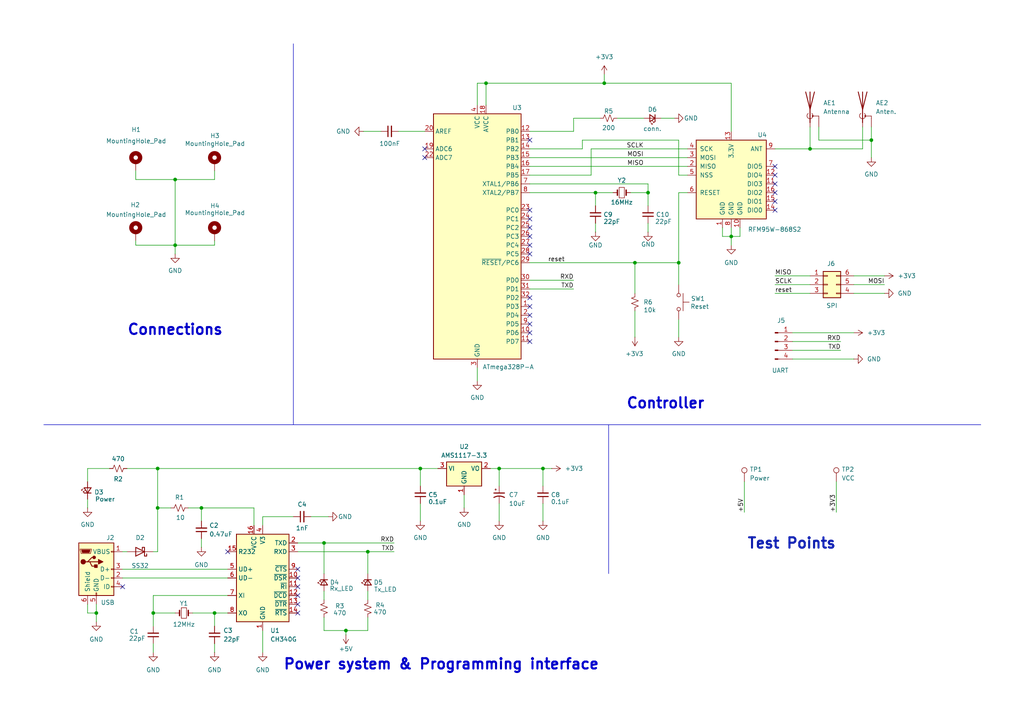
<source format=kicad_sch>
(kicad_sch (version 20231120) (generator "eeschema") (generator_version "8.0")
  (paper "A4")
  (lib_symbols
    (symbol "Connector:Conn_01x04_Pin" (pin_names (offset 1.016) hide)
      (property "Reference" "J" (at 0 5.08 0))
      (property "Value" "Conn_01x04_Pin" (at 0 -7.62 0))
      (symbol "Conn_01x04_Pin_1_1"
        (polyline (pts (xy 1.27 -5.08) (xy 0.8636 -5.08)) (stroke (width 0.1524)))
        (polyline (pts (xy 1.27 -2.54) (xy 0.8636 -2.54)) (stroke (width 0.1524)))
        (polyline (pts (xy 1.27 0) (xy 0.8636 0)) (stroke (width 0.1524)))
        (polyline (pts (xy 1.27 2.54) (xy 0.8636 2.54)) (stroke (width 0.1524)))
        (rectangle (start 0.8636 -4.953) (end 0 -5.207) (stroke (width 0.1524)) (fill (type outline)))
        (rectangle (start 0.8636 -2.413) (end 0 -2.667) (stroke (width 0.1524)) (fill (type outline)))
        (rectangle (start 0.8636 0.127) (end 0 -0.127) (stroke (width 0.1524)) (fill (type outline)))
        (rectangle (start 0.8636 2.667) (end 0 2.413) (stroke (width 0.1524)) (fill (type outline)))
        (pin passive line (at 5.08 2.54 180) (length 3.81) (name "Pin_1") (number "1"))
        (pin passive line (at 5.08 0 180) (length 3.81) (name "Pin_2") (number "2"))
        (pin passive line (at 5.08 -2.54 180) (length 3.81) (name "Pin_3") (number "3"))
        (pin passive line (at 5.08 -5.08 180) (length 3.81) (name "Pin_4") (number "4"))
      )
    )
    (symbol "Connector:TestPoint" (pin_numbers hide) (pin_names (offset 0.762) hide)
      (property "Reference" "TP" (at 0 6.858 0))
      (property "Value" "TestPoint" (at 0 5.08 0))
      (symbol "TestPoint_0_1"
        (circle (center 0 3.302) (radius 0.762))
      )
      (symbol "TestPoint_1_1"
        (pin passive line (at 0 0 90) (length 2.54) (name "1") (number "1"))
      )
    )
    (symbol "Connector:USB_B_Micro" (pin_names (offset 1.016))
      (property "Reference" "J" (at -5.08 11.43 0))
      (property "Value" "USB_B_Micro" (at -5.08 8.89 0))
      (symbol "USB_B_Micro_0_1"
        (rectangle (start -5.08 -7.62) (end 5.08 7.62) (stroke (width 0.254)) (fill (type background)))
        (circle (center -3.81 2.159) (radius 0.635) (stroke (width 0.254)) (fill (type outline)))
        (circle (center -0.635 3.429) (radius 0.381) (stroke (width 0.254)) (fill (type outline)))
        (rectangle (start -0.127 -7.62) (end 0.127 -6.858))
        (polyline (pts (xy -1.905 2.159) (xy 0.635 2.159)) (stroke (width 0.254)))
        (polyline (pts (xy -3.175 2.159) (xy -2.54 2.159) (xy -1.27 3.429) (xy -0.635 3.429)) (stroke (width 0.254)))
        (polyline (pts (xy -2.54 2.159) (xy -1.905 2.159) (xy -1.27 0.889) (xy 0 0.889)) (stroke (width 0.254)))
        (polyline (pts (xy 0.635 2.794) (xy 0.635 1.524) (xy 1.905 2.159) (xy 0.635 2.794)) (stroke (width 0.254)) (fill (type outline)))
        (polyline (pts (xy -4.318 5.588) (xy -1.778 5.588) (xy -2.032 4.826) (xy -4.064 4.826) (xy -4.318 5.588)) (fill (type outline)))
        (polyline (pts (xy -4.699 5.842) (xy -4.699 5.588) (xy -4.445 4.826) (xy -4.445 4.572) (xy -1.651 4.572) (xy -1.651 4.826) (xy -1.397 5.588) (xy -1.397 5.842) (xy -4.699 5.842)))
        (rectangle (start 0.254 1.27) (end -0.508 0.508) (stroke (width 0.254)) (fill (type outline)))
        (rectangle (start 5.08 -5.207) (end 4.318 -4.953))
        (rectangle (start 5.08 -2.667) (end 4.318 -2.413))
        (rectangle (start 5.08 -0.127) (end 4.318 0.127))
        (rectangle (start 5.08 4.953) (end 4.318 5.207))
      )
      (symbol "USB_B_Micro_1_1"
        (pin power_out line (at 7.62 5.08 180) (length 2.54) (name "VBUS") (number "1"))
        (pin bidirectional line (at 7.62 -2.54 180) (length 2.54) (name "D-") (number "2"))
        (pin bidirectional line (at 7.62 0 180) (length 2.54) (name "D+") (number "3"))
        (pin passive line (at 7.62 -5.08 180) (length 2.54) (name "ID") (number "4"))
        (pin power_out line (at 0 -10.16 90) (length 2.54) (name "GND") (number "5"))
        (pin passive line (at -2.54 -10.16 90) (length 2.54) (name "Shield") (number "6"))
      )
    )
    (symbol "Connector_Generic:Conn_02x03_Counter_Clockwise" (pin_names (offset 1.016) hide)
      (property "Reference" "J" (at 1.27 5.08 0))
      (property "Value" "Conn_02x03_Counter_Clockwise" (at 1.27 -5.08 0))
      (symbol "Conn_02x03_Counter_Clockwise_1_1"
        (rectangle (start -1.27 -2.413) (end 0 -2.667) (stroke (width 0.1524)))
        (rectangle (start -1.27 0.127) (end 0 -0.127) (stroke (width 0.1524)))
        (rectangle (start -1.27 2.667) (end 0 2.413) (stroke (width 0.1524)))
        (rectangle (start -1.27 3.81) (end 3.81 -3.81) (stroke (width 0.254)) (fill (type background)))
        (rectangle (start 3.81 -2.413) (end 2.54 -2.667) (stroke (width 0.1524)))
        (rectangle (start 3.81 0.127) (end 2.54 -0.127) (stroke (width 0.1524)))
        (rectangle (start 3.81 2.667) (end 2.54 2.413) (stroke (width 0.1524)))
        (pin passive line (at -5.08 2.54 0) (length 3.81) (name "Pin_1") (number "1"))
        (pin passive line (at -5.08 0 0) (length 3.81) (name "Pin_2") (number "2"))
        (pin passive line (at -5.08 -2.54 0) (length 3.81) (name "Pin_3") (number "3"))
        (pin passive line (at 7.62 -2.54 180) (length 3.81) (name "Pin_4") (number "4"))
        (pin passive line (at 7.62 0 180) (length 3.81) (name "Pin_5") (number "5"))
        (pin passive line (at 7.62 2.54 180) (length 3.81) (name "Pin_6") (number "6"))
      )
    )
    (symbol "Device:Antenna_Shield" (pin_numbers hide) (pin_names (offset 1.016) hide)
      (property "Reference" "AE" (at -1.905 4.445 0))
      (property "Value" "Antenna_Shield" (at -1.905 2.54 0))
      (symbol "Antenna_Shield_0_1"
        (arc (start -0.508 -1.143) (mid -0.8429 -2.1194) (end 0 -2.667))
        (arc (start 0 -2.667) (mid 0.7989 -2.1052) (end 0.508 -1.143))
        (polyline (pts (xy 0 -2.54) (xy 0 0)))
        (polyline (pts (xy 0 5.08) (xy 0 -3.81)) (stroke (width 0.254)))
        (polyline (pts (xy 0.762 -1.905) (xy 2.54 -1.905)))
        (polyline (pts (xy 2.54 -2.54) (xy 2.54 -1.905)))
        (polyline (pts (xy 1.27 5.08) (xy 0 0) (xy -1.27 5.08)) (stroke (width 0.254)))
        (circle (center 0.762 -1.905) (radius 0.1778) (fill (type outline)))
      )
      (symbol "Antenna_Shield_1_1"
        (pin input line (at 0 -5.08 90) (length 2.54) (name "A") (number "1"))
        (pin input line (at 2.54 -5.08 90) (length 2.54) (name "Shield") (number "2"))
      )
    )
    (symbol "Device:C_Polarized_Small_US" (pin_numbers hide) (pin_names (offset 0.254) hide)
      (property "Reference" "C" (at 0.254 1.778 0))
      (property "Value" "C_Polarized_Small_US" (at 0.254 -2.032 0))
      (symbol "C_Polarized_Small_US_0_1"
        (polyline (pts (xy -1.524 0.508) (xy 1.524 0.508)) (stroke (width 0.3048)))
        (polyline (pts (xy -1.27 1.524) (xy -0.762 1.524)))
        (polyline (pts (xy -1.016 1.27) (xy -1.016 1.778)))
        (arc (start 1.524 -0.762) (mid 0 -0.3734) (end -1.524 -0.762) (stroke (width 0.3048)))
      )
      (symbol "C_Polarized_Small_US_1_1"
        (pin passive line (at 0 2.54 270) (length 2.032) (name "~") (number "1"))
        (pin passive line (at 0 -2.54 90) (length 2.032) (name "~") (number "2"))
      )
    )
    (symbol "Device:C_Small" (pin_numbers hide) (pin_names (offset 0.254) hide)
      (property "Reference" "C" (at 0.254 1.778 0))
      (property "Value" "C_Small" (at 0.254 -2.032 0))
      (symbol "C_Small_0_1"
        (polyline (pts (xy -1.524 -0.508) (xy 1.524 -0.508)) (stroke (width 0.3302)))
        (polyline (pts (xy -1.524 0.508) (xy 1.524 0.508)) (stroke (width 0.3048)))
      )
      (symbol "C_Small_1_1"
        (pin passive line (at 0 2.54 270) (length 2.032) (name "~") (number "1"))
        (pin passive line (at 0 -2.54 90) (length 2.032) (name "~") (number "2"))
      )
    )
    (symbol "Device:Crystal_Small" (pin_numbers hide) (pin_names (offset 1.016) hide)
      (property "Reference" "Y" (at 0 2.54 0))
      (property "Value" "Crystal_Small" (at 0 -2.54 0))
      (symbol "Crystal_Small_0_1"
        (rectangle (start -0.762 -1.524) (end 0.762 1.524))
        (polyline (pts (xy -1.27 -0.762) (xy -1.27 0.762)) (stroke (width 0.381)))
        (polyline (pts (xy 1.27 -0.762) (xy 1.27 0.762)) (stroke (width 0.381)))
      )
      (symbol "Crystal_Small_1_1"
        (pin passive line (at -2.54 0 0) (length 1.27) (name "1") (number "1"))
        (pin passive line (at 2.54 0 180) (length 1.27) (name "2") (number "2"))
      )
    )
    (symbol "Device:LED_Small" (pin_numbers hide) (pin_names (offset 0.254) hide)
      (property "Reference" "D" (at -1.27 3.175 0))
      (property "Value" "LED_Small" (at -4.445 -2.54 0))
      (symbol "LED_Small_0_1"
        (polyline (pts (xy -0.762 -1.016) (xy -0.762 1.016)) (stroke (width 0.254)))
        (polyline (pts (xy 1.016 0) (xy -0.762 0)))
        (polyline (pts (xy 0.762 -1.016) (xy -0.762 0) (xy 0.762 1.016) (xy 0.762 -1.016)) (stroke (width 0.254)))
        (polyline (pts (xy 0 0.762) (xy -0.508 1.27) (xy -0.254 1.27) (xy -0.508 1.27) (xy -0.508 1.016)))
        (polyline (pts (xy 0.508 1.27) (xy 0 1.778) (xy 0.254 1.778) (xy 0 1.778) (xy 0 1.524)))
      )
      (symbol "LED_Small_1_1"
        (pin passive line (at -2.54 0 0) (length 1.778) (name "K") (number "1"))
        (pin passive line (at 2.54 0 180) (length 1.778) (name "A") (number "2"))
      )
    )
    (symbol "Device:R_Small_US" (pin_numbers hide) (pin_names (offset 0.254) hide)
      (property "Reference" "R" (at 0.762 0.508 0))
      (property "Value" "R_Small_US" (at 0.762 -1.016 0))
      (symbol "R_Small_US_1_1"
        (polyline (pts (xy 0 0) (xy 1.016 -0.381) (xy 0 -0.762) (xy -1.016 -1.143) (xy 0 -1.524)))
        (polyline (pts (xy 0 1.524) (xy 1.016 1.143) (xy 0 0.762) (xy -1.016 0.381) (xy 0 0)))
        (pin passive line (at 0 2.54 270) (length 1.016) (name "~") (number "1"))
        (pin passive line (at 0 -2.54 90) (length 1.016) (name "~") (number "2"))
      )
    )
    (symbol "Diode:SS32" (pin_numbers hide) (pin_names (offset 1.016) hide)
      (property "Reference" "D" (at 0 2.54 0))
      (property "Value" "SS32" (at 0 -2.54 0))
      (symbol "SS32_0_1"
        (polyline (pts (xy 1.27 0) (xy -1.27 0)))
        (polyline (pts (xy 1.27 1.27) (xy 1.27 -1.27) (xy -1.27 0) (xy 1.27 1.27)) (stroke (width 0.254)))
        (polyline (pts (xy -1.905 0.635) (xy -1.905 1.27) (xy -1.27 1.27) (xy -1.27 -1.27) (xy -0.635 -1.27) (xy -0.635 -0.635)) (stroke (width 0.254)))
      )
      (symbol "SS32_1_1"
        (pin passive line (at -3.81 0 0) (length 2.54) (name "K") (number "1"))
        (pin passive line (at 3.81 0 180) (length 2.54) (name "A") (number "2"))
      )
    )
    (symbol "Interface_USB:CH340G"
      (property "Reference" "U" (at -5.08 13.97 0))
      (property "Value" "CH340G" (at 1.27 13.97 0))
      (symbol "CH340G_0_1"
        (rectangle (start -7.62 12.7) (end 7.62 -12.7) (stroke (width 0.254)) (fill (type background)))
      )
      (symbol "CH340G_1_1"
        (pin power_in line (at 0 -15.24 90) (length 2.54) (name "GND") (number "1"))
        (pin input line (at 10.16 0 180) (length 2.54) (name "~{DSR}") (number "10"))
        (pin input line (at 10.16 -2.54 180) (length 2.54) (name "~{RI}") (number "11"))
        (pin input line (at 10.16 -5.08 180) (length 2.54) (name "~{DCD}") (number "12"))
        (pin output line (at 10.16 -7.62 180) (length 2.54) (name "~{DTR}") (number "13"))
        (pin output line (at 10.16 -10.16 180) (length 2.54) (name "~{RTS}") (number "14"))
        (pin input line (at -10.16 7.62 0) (length 2.54) (name "R232") (number "15"))
        (pin power_in line (at -2.54 15.24 270) (length 2.54) (name "VCC") (number "16"))
        (pin output line (at 10.16 10.16 180) (length 2.54) (name "TXD") (number "2"))
        (pin input line (at 10.16 7.62 180) (length 2.54) (name "RXD") (number "3"))
        (pin power_out line (at 0 15.24 270) (length 2.54) (name "V3") (number "4"))
        (pin bidirectional line (at -10.16 2.54 0) (length 2.54) (name "UD+") (number "5"))
        (pin bidirectional line (at -10.16 0 0) (length 2.54) (name "UD-") (number "6"))
        (pin input line (at -10.16 -5.08 0) (length 2.54) (name "XI") (number "7"))
        (pin output line (at -10.16 -10.16 0) (length 2.54) (name "XO") (number "8"))
        (pin input line (at 10.16 2.54 180) (length 2.54) (name "~{CTS}") (number "9"))
      )
    )
    (symbol "MCU_Microchip_ATmega:ATmega328P-A"
      (property "Reference" "U" (at -12.7 36.83 0))
      (property "Value" "ATmega328P-A" (at 2.54 -36.83 0))
      (symbol "ATmega328P-A_0_1"
        (rectangle (start -12.7 -35.56) (end 12.7 35.56) (stroke (width 0.254)) (fill (type background)))
      )
      (symbol "ATmega328P-A_1_1"
        (pin bidirectional line (at 15.24 -20.32 180) (length 2.54) (name "PD3") (number "1"))
        (pin bidirectional line (at 15.24 -27.94 180) (length 2.54) (name "PD6") (number "10"))
        (pin bidirectional line (at 15.24 -30.48 180) (length 2.54) (name "PD7") (number "11"))
        (pin bidirectional line (at 15.24 30.48 180) (length 2.54) (name "PB0") (number "12"))
        (pin bidirectional line (at 15.24 27.94 180) (length 2.54) (name "PB1") (number "13"))
        (pin bidirectional line (at 15.24 25.4 180) (length 2.54) (name "PB2") (number "14"))
        (pin bidirectional line (at 15.24 22.86 180) (length 2.54) (name "PB3") (number "15"))
        (pin bidirectional line (at 15.24 20.32 180) (length 2.54) (name "PB4") (number "16"))
        (pin bidirectional line (at 15.24 17.78 180) (length 2.54) (name "PB5") (number "17"))
        (pin power_in line (at 2.54 38.1 270) (length 2.54) (name "AVCC") (number "18"))
        (pin input line (at -15.24 25.4 0) (length 2.54) (name "ADC6") (number "19"))
        (pin bidirectional line (at 15.24 -22.86 180) (length 2.54) (name "PD4") (number "2"))
        (pin passive line (at -15.24 30.48 0) (length 2.54) (name "AREF") (number "20"))
        (pin passive line (at 0 -38.1 90) (length 2.54) hide (name "GND") (number "21"))
        (pin input line (at -15.24 22.86 0) (length 2.54) (name "ADC7") (number "22"))
        (pin bidirectional line (at 15.24 7.62 180) (length 2.54) (name "PC0") (number "23"))
        (pin bidirectional line (at 15.24 5.08 180) (length 2.54) (name "PC1") (number "24"))
        (pin bidirectional line (at 15.24 2.54 180) (length 2.54) (name "PC2") (number "25"))
        (pin bidirectional line (at 15.24 0 180) (length 2.54) (name "PC3") (number "26"))
        (pin bidirectional line (at 15.24 -2.54 180) (length 2.54) (name "PC4") (number "27"))
        (pin bidirectional line (at 15.24 -5.08 180) (length 2.54) (name "PC5") (number "28"))
        (pin bidirectional line (at 15.24 -7.62 180) (length 2.54) (name "~{RESET}/PC6") (number "29"))
        (pin power_in line (at 0 -38.1 90) (length 2.54) (name "GND") (number "3"))
        (pin bidirectional line (at 15.24 -12.7 180) (length 2.54) (name "PD0") (number "30"))
        (pin bidirectional line (at 15.24 -15.24 180) (length 2.54) (name "PD1") (number "31"))
        (pin bidirectional line (at 15.24 -17.78 180) (length 2.54) (name "PD2") (number "32"))
        (pin power_in line (at 0 38.1 270) (length 2.54) (name "VCC") (number "4"))
        (pin passive line (at 0 -38.1 90) (length 2.54) hide (name "GND") (number "5"))
        (pin passive line (at 0 38.1 270) (length 2.54) hide (name "VCC") (number "6"))
        (pin bidirectional line (at 15.24 15.24 180) (length 2.54) (name "XTAL1/PB6") (number "7"))
        (pin bidirectional line (at 15.24 12.7 180) (length 2.54) (name "XTAL2/PB7") (number "8"))
        (pin bidirectional line (at 15.24 -25.4 180) (length 2.54) (name "PD5") (number "9"))
      )
    )
    (symbol "Mechanical:MountingHole_Pad" (pin_numbers hide) (pin_names (offset 1.016) hide) (exclude_from_sim yes) (in_bom no)
      (property "Reference" "H" (at 0 6.35 0))
      (property "Value" "MountingHole_Pad" (at 0 4.445 0))
      (symbol "MountingHole_Pad_0_1"
        (circle (center 0 1.27) (radius 1.27) (stroke (width 1.27)))
      )
      (symbol "MountingHole_Pad_1_1"
        (pin input line (at 0 -2.54 90) (length 2.54) (name "1") (number "1"))
      )
    )
    (symbol "RF_Module:RFM95W-868S2" (pin_names (offset 1.016))
      (property "Reference" "U" (at -10.414 11.684 0))
      (property "Value" "RFM95W-868S2" (at 1.524 11.43 0))
      (symbol "RFM95W-868S2_0_1"
        (rectangle (start -10.16 10.16) (end 10.16 -12.7) (stroke (width 0.254)) (fill (type background)))
      )
      (symbol "RFM95W-868S2_1_1"
        (pin power_in line (at -2.54 -15.24 90) (length 2.54) (name "GND") (number "1"))
        (pin power_in line (at 2.54 -15.24 90) (length 2.54) (name "GND") (number "10"))
        (pin bidirectional line (at 12.7 -2.54 180) (length 2.54) (name "DIO3") (number "11"))
        (pin bidirectional line (at 12.7 0 180) (length 2.54) (name "DIO4") (number "12"))
        (pin power_in line (at 0 12.7 270) (length 2.54) (name "3.3V") (number "13"))
        (pin bidirectional line (at 12.7 -10.16 180) (length 2.54) (name "DIO0") (number "14"))
        (pin bidirectional line (at 12.7 -7.62 180) (length 2.54) (name "DIO1") (number "15"))
        (pin bidirectional line (at 12.7 -5.08 180) (length 2.54) (name "DIO2") (number "16"))
        (pin output line (at -12.7 2.54 0) (length 2.54) (name "MISO") (number "2"))
        (pin input line (at -12.7 5.08 0) (length 2.54) (name "MOSI") (number "3"))
        (pin input line (at -12.7 7.62 0) (length 2.54) (name "SCK") (number "4"))
        (pin input line (at -12.7 0 0) (length 2.54) (name "NSS") (number "5"))
        (pin bidirectional line (at -12.7 -5.08 0) (length 2.54) (name "RESET") (number "6"))
        (pin bidirectional line (at 12.7 2.54 180) (length 2.54) (name "DIO5") (number "7"))
        (pin power_in line (at 0 -15.24 90) (length 2.54) (name "GND") (number "8"))
        (pin bidirectional line (at 12.7 7.62 180) (length 2.54) (name "ANT") (number "9"))
      )
    )
    (symbol "Regulator_Linear:AMS1117-3.3"
      (property "Reference" "U" (at -3.81 3.175 0))
      (property "Value" "AMS1117-3.3" (at 0 3.175 0))
      (symbol "AMS1117-3.3_0_1"
        (rectangle (start -5.08 -5.08) (end 5.08 1.905) (stroke (width 0.254)) (fill (type background)))
      )
      (symbol "AMS1117-3.3_1_1"
        (pin power_in line (at 0 -7.62 90) (length 2.54) (name "GND") (number "1"))
        (pin power_out line (at 7.62 0 180) (length 2.54) (name "VO") (number "2"))
        (pin power_in line (at -7.62 0 0) (length 2.54) (name "VI") (number "3"))
      )
    )
    (symbol "Switch:SW_Push" (pin_numbers hide) (pin_names (offset 1.016) hide)
      (property "Reference" "SW" (at 1.27 2.54 0))
      (property "Value" "SW_Push" (at 0 -1.524 0))
      (symbol "SW_Push_0_1"
        (circle (center -2.032 0) (radius 0.508))
        (polyline (pts (xy 0 1.27) (xy 0 3.048)))
        (polyline (pts (xy 2.54 1.27) (xy -2.54 1.27)))
        (circle (center 2.032 0) (radius 0.508))
        (pin passive line (at -5.08 0 0) (length 2.54) (name "1") (number "1"))
        (pin passive line (at 5.08 0 180) (length 2.54) (name "2") (number "2"))
      )
    )
    (symbol "power:+5V" (power) (pin_numbers hide) (pin_names (offset 0) hide)
      (property "Value" "+5V" (at 0 3.556 0))
      (symbol "+5V_0_1"
        (polyline (pts (xy -0.762 1.27) (xy 0 2.54)))
        (polyline (pts (xy 0 0) (xy 0 2.54)))
        (polyline (pts (xy 0 2.54) (xy 0.762 1.27)))
      )
      (symbol "+5V_1_1"
        (pin power_in line (at 0 0 90) (length 0) (name "~") (number "1"))
      )
    )
    (symbol "power:GND" (power) (pin_numbers hide) (pin_names (offset 0) hide)
      (property "Value" "GND" (at 0 -3.81 0))
      (symbol "GND_0_1"
        (polyline (pts (xy 0 0) (xy 0 -1.27) (xy 1.27 -1.27) (xy 0 -2.54) (xy -1.27 -1.27) (xy 0 -1.27)))
      )
      (symbol "GND_1_1"
        (pin power_in line (at 0 0 270) (length 0) (name "~") (number "1"))
      )
    )
  )
  (junction (at 45.72 135.89))
  (junction (at 62.23 177.8))
  (junction (at 212.09 68.58))
  (junction (at 100.33 182.88))
  (junction (at 27.94 177.8))
  (junction (at 144.78 135.89))
  (junction (at 172.72 55.88))
  (junction (at 50.8 52.07))
  (junction (at 184.15 76.2))
  (junction (at 58.42 147.32))
  (junction (at 157.48 135.89))
  (junction (at 44.45 177.8))
  (junction (at 196.85 76.2))
  (junction (at 175.26 24.13))
  (junction (at 50.8 71.12))
  (junction (at 234.95 43.18))
  (junction (at 252.73 40.64))
  (junction (at 121.92 135.89))
  (junction (at 106.68 160.02))
  (junction (at 45.72 147.32))
  (junction (at 93.98 157.48))
  (junction (at 187.96 55.88))
  (junction (at 140.97 24.13))
  (no_connect (at 153.67 88.9))
  (no_connect (at 224.79 50.8))
  (no_connect (at 224.79 48.26))
  (no_connect (at 123.19 45.72))
  (no_connect (at 224.79 60.96))
  (no_connect (at 153.67 73.66))
  (no_connect (at 224.79 55.88))
  (no_connect (at 86.36 170.18))
  (no_connect (at 153.67 96.52))
  (no_connect (at 86.36 165.1))
  (no_connect (at 153.67 68.58))
  (no_connect (at 153.67 71.12))
  (no_connect (at 153.67 60.96))
  (no_connect (at 153.67 86.36))
  (no_connect (at 153.67 66.04))
  (no_connect (at 153.67 40.64))
  (no_connect (at 86.36 177.8))
  (no_connect (at 153.67 91.44))
  (no_connect (at 86.36 167.64))
  (no_connect (at 35.56 170.18))
  (no_connect (at 224.79 58.42))
  (no_connect (at 66.04 160.02))
  (no_connect (at 153.67 99.06))
  (no_connect (at 86.36 172.72))
  (no_connect (at 86.36 175.26))
  (no_connect (at 123.19 43.18))
  (no_connect (at 224.79 53.34))
  (no_connect (at 153.67 93.98))
  (no_connect (at 153.67 63.5))
  (wire (pts (xy 45.72 135.89) (xy 45.72 147.32)))
  (wire (pts (xy 45.72 147.32) (xy 45.72 160.02)))
  (wire (pts (xy 58.42 147.32) (xy 58.42 151.13)))
  (wire (pts (xy 172.72 64.77) (xy 172.72 67.31)))
  (wire (pts (xy 100.33 182.88) (xy 106.68 182.88)))
  (wire (pts (xy 54.61 147.32) (xy 58.42 147.32)))
  (wire (pts (xy 93.98 182.88) (xy 100.33 182.88)))
  (wire (pts (xy 73.66 147.32) (xy 73.66 152.4)))
  (wire (pts (xy 199.39 55.88) (xy 196.85 55.88)))
  (wire (pts (xy 215.9 139.7) (xy 215.9 148.59)))
  (wire (pts (xy 58.42 156.21) (xy 58.42 158.75)))
  (wire (pts (xy 168.91 43.18) (xy 168.91 40.64)))
  (wire (pts (xy 171.45 50.8) (xy 153.67 50.8)))
  (polyline (pts (xy 12.7 123.19) (xy 176.53 123.19)))
  (wire (pts (xy 55.88 177.8) (xy 62.23 177.8)))
  (wire (pts (xy 247.65 85.09) (xy 256.54 85.09)))
  (wire (pts (xy 76.2 149.86) (xy 76.2 152.4)))
  (wire (pts (xy 27.94 175.26) (xy 27.94 177.8)))
  (wire (pts (xy 252.73 40.64) (xy 252.73 45.72)))
  (wire (pts (xy 58.42 147.32) (xy 73.66 147.32)))
  (wire (pts (xy 237.49 40.64) (xy 252.73 40.64)))
  (wire (pts (xy 187.96 55.88) (xy 182.88 55.88)))
  (wire (pts (xy 140.97 24.13) (xy 138.43 24.13)))
  (polyline (pts (xy 176.53 123.19) (xy 284.48 123.19)))
  (wire (pts (xy 212.09 68.58) (xy 212.09 71.12)))
  (wire (pts (xy 187.96 55.88) (xy 187.96 59.69)))
  (wire (pts (xy 214.63 66.04) (xy 214.63 68.58)))
  (wire (pts (xy 209.55 66.04) (xy 209.55 68.58)))
  (wire (pts (xy 35.56 160.02) (xy 36.83 160.02)))
  (wire (pts (xy 106.68 160.02) (xy 106.68 166.37)))
  (wire (pts (xy 157.48 146.05) (xy 157.48 151.13)))
  (wire (pts (xy 25.4 139.7) (xy 25.4 135.89)))
  (wire (pts (xy 153.67 53.34) (xy 187.96 53.34)))
  (wire (pts (xy 168.91 40.64) (xy 196.85 40.64)))
  (wire (pts (xy 195.58 34.29) (xy 191.77 34.29)))
  (wire (pts (xy 175.26 21.59) (xy 175.26 24.13)))
  (wire (pts (xy 142.24 135.89) (xy 144.78 135.89)))
  (wire (pts (xy 250.19 36.83) (xy 250.19 43.18)))
  (wire (pts (xy 93.98 157.48) (xy 93.98 166.37)))
  (wire (pts (xy 224.79 80.01) (xy 234.95 80.01)))
  (wire (pts (xy 115.57 38.1) (xy 123.19 38.1)))
  (wire (pts (xy 234.95 43.18) (xy 224.79 43.18)))
  (wire (pts (xy 44.45 172.72) (xy 66.04 172.72)))
  (wire (pts (xy 45.72 147.32) (xy 49.53 147.32)))
  (wire (pts (xy 50.8 52.07) (xy 50.8 71.12)))
  (wire (pts (xy 171.45 43.18) (xy 171.45 50.8)))
  (wire (pts (xy 105.41 38.1) (xy 110.49 38.1)))
  (wire (pts (xy 153.67 38.1) (xy 166.37 38.1)))
  (wire (pts (xy 106.68 171.45) (xy 106.68 173.99)))
  (wire (pts (xy 153.67 48.26) (xy 199.39 48.26)))
  (wire (pts (xy 153.67 83.82) (xy 166.37 83.82)))
  (wire (pts (xy 45.72 135.89) (xy 121.92 135.89)))
  (wire (pts (xy 196.85 50.8) (xy 199.39 50.8)))
  (wire (pts (xy 212.09 38.1) (xy 212.09 24.13)))
  (wire (pts (xy 35.56 167.64) (xy 66.04 167.64)))
  (wire (pts (xy 212.09 66.04) (xy 212.09 68.58)))
  (wire (pts (xy 100.33 182.88) (xy 100.33 184.15)))
  (wire (pts (xy 166.37 34.29) (xy 166.37 38.1)))
  (wire (pts (xy 144.78 146.05) (xy 144.78 151.13)))
  (wire (pts (xy 134.62 143.51) (xy 134.62 147.32)))
  (wire (pts (xy 153.67 81.28) (xy 166.37 81.28)))
  (wire (pts (xy 153.67 76.2) (xy 184.15 76.2)))
  (wire (pts (xy 171.45 43.18) (xy 199.39 43.18)))
  (wire (pts (xy 140.97 24.13) (xy 140.97 30.48)))
  (wire (pts (xy 250.19 43.18) (xy 234.95 43.18)))
  (wire (pts (xy 62.23 177.8) (xy 66.04 177.8)))
  (wire (pts (xy 237.49 36.83) (xy 237.49 40.64)))
  (wire (pts (xy 173.99 34.29) (xy 166.37 34.29)))
  (wire (pts (xy 25.4 144.78) (xy 25.4 147.32)))
  (wire (pts (xy 44.45 160.02) (xy 45.72 160.02)))
  (wire (pts (xy 184.15 76.2) (xy 184.15 85.09)))
  (wire (pts (xy 144.78 135.89) (xy 144.78 140.97)))
  (wire (pts (xy 184.15 76.2) (xy 196.85 76.2)))
  (wire (pts (xy 247.65 80.01) (xy 256.54 80.01)))
  (wire (pts (xy 62.23 177.8) (xy 62.23 181.61)))
  (wire (pts (xy 157.48 135.89) (xy 157.48 140.97)))
  (wire (pts (xy 212.09 24.13) (xy 175.26 24.13)))
  (wire (pts (xy 25.4 175.26) (xy 25.4 177.8)))
  (wire (pts (xy 121.92 146.05) (xy 121.92 151.13)))
  (wire (pts (xy 44.45 172.72) (xy 44.45 177.8)))
  (wire (pts (xy 27.94 177.8) (xy 27.94 180.34)))
  (wire (pts (xy 62.23 71.12) (xy 62.23 69.85)))
  (wire (pts (xy 179.07 34.29) (xy 186.69 34.29)))
  (wire (pts (xy 86.36 160.02) (xy 106.68 160.02)))
  (wire (pts (xy 184.15 97.79) (xy 184.15 90.17)))
  (wire (pts (xy 93.98 171.45) (xy 93.98 173.99)))
  (wire (pts (xy 50.8 71.12) (xy 50.8 73.66)))
  (wire (pts (xy 39.37 69.85) (xy 39.37 71.12)))
  (wire (pts (xy 25.4 135.89) (xy 31.75 135.89)))
  (wire (pts (xy 36.83 135.89) (xy 45.72 135.89)))
  (wire (pts (xy 157.48 135.89) (xy 160.02 135.89)))
  (wire (pts (xy 144.78 135.89) (xy 157.48 135.89)))
  (wire (pts (xy 44.45 186.69) (xy 44.45 189.23)))
  (wire (pts (xy 187.96 64.77) (xy 187.96 67.31)))
  (wire (pts (xy 196.85 55.88) (xy 196.85 76.2)))
  (wire (pts (xy 196.85 97.79) (xy 196.85 92.71)))
  (wire (pts (xy 187.96 53.34) (xy 187.96 55.88)))
  (wire (pts (xy 39.37 71.12) (xy 50.8 71.12)))
  (wire (pts (xy 229.87 101.6) (xy 243.84 101.6)))
  (wire (pts (xy 50.8 52.07) (xy 39.37 52.07)))
  (wire (pts (xy 247.65 82.55) (xy 256.54 82.55)))
  (wire (pts (xy 234.95 36.83) (xy 234.95 43.18)))
  (wire (pts (xy 44.45 177.8) (xy 44.45 181.61)))
  (wire (pts (xy 153.67 43.18) (xy 168.91 43.18)))
  (wire (pts (xy 50.8 71.12) (xy 62.23 71.12)))
  (wire (pts (xy 252.73 40.64) (xy 252.73 36.83)))
  (wire (pts (xy 86.36 157.48) (xy 93.98 157.48)))
  (wire (pts (xy 138.43 106.68) (xy 138.43 110.49)))
  (wire (pts (xy 229.87 104.14) (xy 247.65 104.14)))
  (polyline (pts (xy 176.53 123.19) (xy 176.53 166.37)))
  (wire (pts (xy 138.43 24.13) (xy 138.43 30.48)))
  (wire (pts (xy 85.09 149.86) (xy 76.2 149.86)))
  (wire (pts (xy 106.68 182.88) (xy 106.68 179.07)))
  (wire (pts (xy 121.92 135.89) (xy 121.92 140.97)))
  (wire (pts (xy 172.72 55.88) (xy 177.8 55.88)))
  (wire (pts (xy 44.45 177.8) (xy 50.8 177.8)))
  (wire (pts (xy 242.57 139.7) (xy 242.57 148.59)))
  (wire (pts (xy 196.85 40.64) (xy 196.85 50.8)))
  (wire (pts (xy 153.67 55.88) (xy 172.72 55.88)))
  (wire (pts (xy 153.67 45.72) (xy 199.39 45.72)))
  (wire (pts (xy 25.4 177.8) (xy 27.94 177.8)))
  (wire (pts (xy 214.63 68.58) (xy 212.09 68.58)))
  (wire (pts (xy 76.2 182.88) (xy 76.2 189.23)))
  (wire (pts (xy 62.23 186.69) (xy 62.23 189.23)))
  (wire (pts (xy 93.98 157.48) (xy 114.3 157.48)))
  (wire (pts (xy 196.85 82.55) (xy 196.85 76.2)))
  (wire (pts (xy 209.55 68.58) (xy 212.09 68.58)))
  (polyline (pts (xy 85.09 12.7) (xy 85.09 123.19)))
  (wire (pts (xy 121.92 135.89) (xy 127 135.89)))
  (wire (pts (xy 93.98 179.07) (xy 93.98 182.88)))
  (wire (pts (xy 39.37 52.07) (xy 39.37 49.53)))
  (wire (pts (xy 62.23 49.53) (xy 62.23 52.07)))
  (wire (pts (xy 224.79 82.55) (xy 234.95 82.55)))
  (wire (pts (xy 224.79 85.09) (xy 234.95 85.09)))
  (wire (pts (xy 172.72 55.88) (xy 172.72 59.69)))
  (wire (pts (xy 90.17 149.86) (xy 95.25 149.86)))
  (wire (pts (xy 175.26 24.13) (xy 140.97 24.13)))
  (wire (pts (xy 229.87 96.52) (xy 247.65 96.52)))
  (wire (pts (xy 62.23 52.07) (xy 50.8 52.07)))
  (wire (pts (xy 229.87 99.06) (xy 243.84 99.06)))
  (wire (pts (xy 35.56 165.1) (xy 66.04 165.1)))
  (wire (pts (xy 106.68 160.02) (xy 114.3 160.02)))
  (text "Controller" (at 193.04 117.094 0) (effects (font (size 3 3) (thickness 0.6) (bold yes))))
  (text "Power system & Programming interface" (at 128.016 192.786 0) (effects (font (size 3 3) (bold yes))))
  (text "Test Points\n" (at 229.616 157.734 0) (effects (font (size 3 3) (thickness 0.6) (bold yes))))
  (text "Connections" (at 50.8 95.758 0) (effects (font (size 3 3) (thickness 0.6) (bold yes))))
  (label "MOSI" (at 186.69 45.72 180))
  (label "TXD" (at 114.3 160.02 180))
  (label "RXD" (at 166.37 81.28 180))
  (label "reset" (at 163.83 76.2 180))
  (label "TXD" (at 166.37 83.82 180))
  (label "MISO" (at 186.69 48.26 180))
  (label "RXD" (at 114.3 157.48 180))
  (label "RXD" (at 243.84 99.06 180))
  (label "MISO" (at 224.79 80.01 0))
  (label "MOSI" (at 256.54 82.55 180))
  (label "reset" (at 224.79 85.09 0))
  (label "SCLK" (at 224.79 82.55 0))
  (label "+3V3" (at 242.57 148.59 90))
  (label "+5V" (at 215.9 148.59 90))
  (label "TXD" (at 243.84 101.6 180))
  (label "SCLK" (at 186.69 43.18 180))
  (symbol (lib_id "Connector:TestPoint") (at 215.9 139.7 0) (unit 1) (exclude_from_sim yes) (in_bom no)
    (property "Reference" "TP1" (at 217.424 136.144 0) (effects (justify left)))
    (property "Value" "Power" (at 217.424 138.684 0) (effects (justify left)))
    (property "Footprint" "TestPoint:TestPoint_Pad_D1.0mm" (effects (hide yes)))
    (property "Description" "test point" (effects (hide yes)))
  )
  (symbol (lib_id "power:+5V") (at 160.02 135.89 270) (mirror x) (unit 1)
    (property "Reference" "#PWR020" (effects (hide yes)))
    (property "Value" "+3V3" (at 163.83 135.8899 90) (effects (justify left)))
    (property "Description" "Power symbol creates a global label with name \"+5V\"" (effects (hide yes)))
  )
  (symbol (lib_id "Device:C_Small") (at 62.23 184.15 180) (unit 1)
    (property "Reference" "C3" (at 64.77 182.8735 0) (effects (justify right)))
    (property "Value" "22pF" (at 64.77 185.4135 0) (effects (justify right)))
    (property "Footprint" "Capacitor_SMD:C_0805_2012Metric_Pad1.18x1.45mm_HandSolder" (effects (hide yes)))
    (property "Description" "Unpolarized capacitor, small symbol" (effects (hide yes)))
  )
  (symbol (lib_id "power:+5V") (at 175.26 21.59 0) (mirror y) (unit 1)
    (property "Reference" "#PWR022" (effects (hide yes)))
    (property "Value" "+3V3" (at 175.26 16.51 0))
    (property "Description" "Power symbol creates a global label with name \"+5V\"" (effects (hide yes)))
  )
  (symbol (lib_id "Device:Crystal_Small") (at 180.34 55.88 0) (unit 1)
    (property "Reference" "Y2" (at 180.34 52.324 0))
    (property "Value" "16MHz" (at 180.34 58.674 0))
    (property "Footprint" "Crystal:Crystal_SMD_HC49-SD" (effects (hide yes)))
    (property "Description" "Two pin crystal, small symbol" (effects (hide yes)))
  )
  (symbol (lib_id "Device:R_Small_US") (at 106.68 176.53 0) (mirror y) (unit 1)
    (property "Reference" "R4" (at 110.236 175.514 0))
    (property "Value" "470" (at 110.236 177.546 0))
    (property "Footprint" "Resistor_SMD:R_0805_2012Metric_Pad1.20x1.40mm_HandSolder" (effects (hide yes)))
    (property "Description" "Resistor, small US symbol" (effects (hide yes)))
  )
  (symbol (lib_id "Device:C_Small") (at 172.72 62.23 180) (unit 1)
    (property "Reference" "C9" (at 175.006 62.23 0) (effects (justify right)))
    (property "Value" "22pF" (at 175.006 64.262 0) (effects (justify right)))
    (property "Footprint" "Capacitor_SMD:C_0805_2012Metric_Pad1.18x1.45mm_HandSolder" (effects (hide yes)))
    (property "Description" "Unpolarized capacitor, small symbol" (effects (hide yes)))
  )
  (symbol (lib_id "Device:R_Small_US") (at 52.07 147.32 90) (unit 1)
    (property "Reference" "R1" (at 52.07 144.272 90))
    (property "Value" "10" (at 52.324 150.114 90))
    (property "Footprint" "Resistor_SMD:R_0805_2012Metric_Pad1.20x1.40mm_HandSolder" (effects (hide yes)))
    (property "Description" "Resistor, small US symbol" (effects (hide yes)))
  )
  (symbol (lib_id "power:+5V") (at 256.54 80.01 270) (unit 1)
    (property "Reference" "#PWR031" (effects (hide yes)))
    (property "Value" "+3V3" (at 260.35 80.0099 90) (effects (justify left)))
    (property "Description" "Power symbol creates a global label with name \"+5V\"" (effects (hide yes)))
  )
  (symbol (lib_id "Device:C_Small") (at 87.63 149.86 90) (unit 1)
    (property "Reference" "C4" (at 87.63 146.304 90))
    (property "Value" "1nF" (at 87.63 153.162 90))
    (property "Footprint" "Capacitor_SMD:C_0805_2012Metric_Pad1.18x1.45mm_HandSolder" (effects (hide yes)))
    (property "Description" "Unpolarized capacitor, small symbol" (effects (hide yes)))
  )
  (symbol (lib_id "Mechanical:MountingHole_Pad") (at 39.37 67.31 0) (unit 1) (exclude_from_sim yes) (in_bom no)
    (property "Reference" "H2" (at 37.846 59.436 0) (effects (justify left)))
    (property "Value" "MountingHole_Pad" (at 30.734 62.23 0) (effects (justify left)))
    (property "Footprint" "MountingHole:MountingHole_2.2mm_M2_DIN965_Pad" (effects (hide yes)))
    (property "Description" "Mounting Hole with connection" (effects (hide yes)))
  )
  (symbol (lib_id "power:GND") (at 157.48 151.13 0) (mirror y) (unit 1)
    (property "Reference" "#PWR019" (effects (hide yes)))
    (property "Value" "GND" (at 155.448 155.956 0) (effects (justify right)))
    (property "Description" "Power symbol creates a global label with name \"GND\" , ground" (effects (hide yes)))
  )
  (symbol (lib_id "power:GND") (at 172.72 67.31 0) (unit 1)
    (property "Reference" "#PWR021" (effects (hide yes)))
    (property "Value" "GND" (at 172.72 71.12 0))
    (property "Description" "Power symbol creates a global label with name \"GND\" , ground" (effects (hide yes)))
  )
  (symbol (lib_id "power:GND") (at 27.94 180.34 0) (unit 1)
    (property "Reference" "#PWR01" (effects (hide yes)))
    (property "Value" "GND" (at 27.94 185.4442 0))
    (property "Description" "Power symbol creates a global label with name \"GND\" , ground" (effects (hide yes)))
  )
  (symbol (lib_id "power:+5V") (at 100.33 184.15 180) (unit 1)
    (property "Reference" "#PWR013" (effects (hide yes)))
    (property "Value" "+5V" (at 102.362 188.214 0) (effects (justify left)))
    (property "Description" "Power symbol creates a global label with name \"+5V\"" (effects (hide yes)))
  )
  (symbol (lib_id "Connector:USB_B_Micro") (at 27.94 165.1 0) (unit 1)
    (property "Reference" "J2" (at 32.004 155.956 0))
    (property "Value" "USB" (at 31.242 174.752 0))
    (property "Footprint" "Connector_USB:USB_Micro-B_Amphenol_10118194_Horizontal" (effects (hide yes)))
    (property "Description" "USB Micro Type B connector" (effects (hide yes)))
  )
  (symbol (lib_id "Diode:SS32") (at 40.64 160.02 180) (unit 1)
    (property "Reference" "D2" (at 40.64 155.956 0))
    (property "Value" "SS32" (at 40.64 164.084 0))
    (property "Footprint" "Diode_SMD:D_SMA" (effects (hide yes)))
    (property "Datasheet" "https://www.vishay.com/docs/88751/ss32.pdf" (effects (hide yes)))
    (property "Description" "20V 3A Schottky Diode, SMA" (effects (hide yes)))
  )
  (symbol (lib_id "Device:R_Small_US") (at 184.15 87.63 0) (mirror x) (unit 1)
    (property "Reference" "R6" (at 187.96 87.63 0))
    (property "Value" "10k" (at 188.468 89.916 0))
    (property "Footprint" "Resistor_SMD:R_0805_2012Metric_Pad1.20x1.40mm_HandSolder" (effects (hide yes)))
    (property "Description" "Resistor, small US symbol" (effects (hide yes)))
  )
  (symbol (lib_id "Device:R_Small_US") (at 176.53 34.29 270) (unit 1)
    (property "Reference" "R5" (at 176.53 32.258 90))
    (property "Value" "200" (at 176.53 37.084 90))
    (property "Footprint" "Resistor_SMD:R_0805_2012Metric_Pad1.20x1.40mm_HandSolder" (effects (hide yes)))
    (property "Description" "Resistor, small US symbol" (effects (hide yes)))
  )
  (symbol (lib_id "power:GND") (at 50.8 73.66 0) (mirror y) (unit 1)
    (property "Reference" "#PWR03" (effects (hide yes)))
    (property "Value" "GND" (at 48.768 78.486 0) (effects (justify right)))
    (property "Description" "Power symbol creates a global label with name \"GND\" , ground" (effects (hide yes)))
  )
  (symbol (lib_id "Device:R_Small_US") (at 93.98 176.53 0) (mirror y) (unit 1)
    (property "Reference" "R3" (at 98.552 175.768 0))
    (property "Value" "470" (at 98.552 177.8 0))
    (property "Footprint" "Resistor_SMD:R_0805_2012Metric_Pad1.20x1.40mm_HandSolder" (effects (hide yes)))
    (property "Description" "Resistor, small US symbol" (effects (hide yes)))
  )
  (symbol (lib_id "Interface_USB:CH340G") (at 76.2 167.64 0) (unit 1)
    (property "Reference" "U1" (at 78.3941 182.88 0) (effects (justify left)))
    (property "Value" "CH340G" (at 78.3941 185.42 0) (effects (justify left)))
    (property "Footprint" "Package_SO:SOIC-16_3.9x9.9mm_P1.27mm" (effects (hide yes)))
    (property "Datasheet" "http://www.datasheet5.com/pdf-local-2195953" (effects (hide yes)))
    (property "Description" "USB serial converter, UART, SOIC-16" (effects (hide yes)))
  )
  (symbol (lib_id "Connector:TestPoint") (at 242.57 139.7 0) (unit 1) (exclude_from_sim yes) (in_bom no)
    (property "Reference" "TP2" (at 244.094 136.144 0) (effects (justify left)))
    (property "Value" "VCC" (at 244.094 138.684 0) (effects (justify left)))
    (property "Footprint" "TestPoint:TestPoint_Pad_D1.0mm" (effects (hide yes)))
    (property "Description" "test point" (effects (hide yes)))
  )
  (symbol (lib_id "power:GND") (at 256.54 85.09 90) (unit 1)
    (property "Reference" "#PWR032" (effects (hide yes)))
    (property "Value" "GND" (at 260.35 85.0899 90) (effects (justify right)))
    (property "Description" "Power symbol creates a global label with name \"GND\" , ground" (effects (hide yes)))
  )
  (symbol (lib_id "Device:LED_Small") (at 25.4 142.24 90) (unit 1)
    (property "Reference" "D3" (at 28.702 142.748 90))
    (property "Value" "Power" (at 30.48 144.78 90))
    (property "Footprint" "LED_SMD:LED_1206_3216Metric" (effects (hide yes)))
    (property "Description" "Light emitting diode, small symbol" (effects (hide yes)))
  )
  (symbol (lib_id "power:GND") (at 121.92 151.13 0) (mirror y) (unit 1)
    (property "Reference" "#PWR015" (effects (hide yes)))
    (property "Value" "GND" (at 119.888 155.956 0) (effects (justify right)))
    (property "Description" "Power symbol creates a global label with name \"GND\" , ground" (effects (hide yes)))
  )
  (symbol (lib_id "Device:C_Small") (at 58.42 153.67 180) (unit 1)
    (property "Reference" "C2" (at 60.706 152.4 0) (effects (justify right)))
    (property "Value" "0.47uF" (at 60.706 154.94 0) (effects (justify right)))
    (property "Footprint" "Capacitor_SMD:C_0805_2012Metric_Pad1.18x1.45mm_HandSolder" (effects (hide yes)))
    (property "Description" "Unpolarized capacitor, small symbol" (effects (hide yes)))
  )
  (symbol (lib_id "power:GND") (at 44.45 189.23 0) (unit 1)
    (property "Reference" "#PWR05" (effects (hide yes)))
    (property "Value" "GND" (at 44.45 194.31 0))
    (property "Description" "Power symbol creates a global label with name \"GND\" , ground" (effects (hide yes)))
  )
  (symbol (lib_id "Device:R_Small_US") (at 34.29 135.89 90) (unit 1)
    (property "Reference" "R2" (at 34.29 138.938 90))
    (property "Value" "470" (at 34.29 133.096 90))
    (property "Footprint" "Resistor_SMD:R_0805_2012Metric_Pad1.20x1.40mm_HandSolder" (effects (hide yes)))
    (property "Description" "Resistor, small US symbol" (effects (hide yes)))
  )
  (symbol (lib_id "power:+5V") (at 247.65 96.52 270) (unit 1)
    (property "Reference" "#PWR028" (effects (hide yes)))
    (property "Value" "+3V3" (at 251.46 96.5199 90) (effects (justify left)))
    (property "Description" "Power symbol creates a global label with name \"+5V\"" (effects (hide yes)))
  )
  (symbol (lib_id "Device:C_Small") (at 121.92 143.51 180) (unit 1)
    (property "Reference" "C5" (at 124.206 143.51 0) (effects (justify right)))
    (property "Value" "0.1uF" (at 124.206 145.542 0) (effects (justify right)))
    (property "Footprint" "Capacitor_SMD:C_0805_2012Metric_Pad1.18x1.45mm_HandSolder" (effects (hide yes)))
    (property "Description" "Unpolarized capacitor, small symbol" (effects (hide yes)))
  )
  (symbol (lib_id "Device:LED_Small") (at 93.98 168.91 90) (mirror x) (unit 1)
    (property "Reference" "D4" (at 97.028 168.91 90))
    (property "Value" "Rx_LED" (at 99.06 170.688 90))
    (property "Footprint" "LED_SMD:LED_1206_3216Metric" (effects (hide yes)))
    (property "Description" "Light emitting diode, small symbol" (effects (hide yes)))
  )
  (symbol (lib_id "Device:LED_Small") (at 189.23 34.29 180) (unit 1)
    (property "Reference" "D6" (at 189.23 31.75 0))
    (property "Value" "conn." (at 189.23 37.338 0))
    (property "Footprint" "LED_SMD:LED_1206_3216Metric" (effects (hide yes)))
    (property "Description" "Light emitting diode, small symbol" (effects (hide yes)))
  )
  (symbol (lib_id "Device:Crystal_Small") (at 53.34 177.8 0) (unit 1)
    (property "Reference" "Y1" (at 53.34 175.006 0))
    (property "Value" "12MHz" (at 53.34 181.102 0))
    (property "Footprint" "Crystal:Crystal_SMD_HC49-SD" (effects (hide yes)))
    (property "Description" "Two pin crystal, small symbol" (effects (hide yes)))
  )
  (symbol (lib_id "power:GND") (at 25.4 147.32 0) (unit 1)
    (property "Reference" "#PWR09" (effects (hide yes)))
    (property "Value" "GND" (at 25.4 152.146 0))
    (property "Description" "Power symbol creates a global label with name \"GND\" , ground" (effects (hide yes)))
  )
  (symbol (lib_id "power:GND") (at 105.41 38.1 270) (unit 1)
    (property "Reference" "#PWR014" (effects (hide yes)))
    (property "Value" "GND" (at 101.6 38.0999 90) (effects (justify right)))
    (property "Description" "Power symbol creates a global label with name \"GND\" , ground" (effects (hide yes)))
  )
  (symbol (lib_id "power:GND") (at 212.09 71.12 0) (unit 1)
    (property "Reference" "#PWR027" (effects (hide yes)))
    (property "Value" "GND" (at 212.09 76.2 0))
    (property "Description" "Power symbol creates a global label with name \"GND\" , ground" (effects (hide yes)))
  )
  (symbol (lib_id "power:GND") (at 76.2 189.23 0) (unit 1)
    (property "Reference" "#PWR08" (effects (hide yes)))
    (property "Value" "GND" (at 76.2 194.31 0))
    (property "Description" "Power symbol creates a global label with name \"GND\" , ground" (effects (hide yes)))
  )
  (symbol (lib_id "power:GND") (at 195.58 34.29 90) (unit 1)
    (property "Reference" "#PWR025" (effects (hide yes)))
    (property "Value" "GND" (at 200.406 34.29 90))
    (property "Description" "Power symbol creates a global label with name \"GND\" , ground" (effects (hide yes)))
  )
  (symbol (lib_id "Device:C_Small") (at 187.96 62.23 180) (unit 1)
    (property "Reference" "C10" (at 190.246 62.23 0) (effects (justify right)))
    (property "Value" "22pF" (at 189.992 64.262 0) (effects (justify right)))
    (property "Footprint" "Capacitor_SMD:C_0805_2012Metric_Pad1.18x1.45mm_HandSolder" (effects (hide yes)))
    (property "Description" "Unpolarized capacitor, small symbol" (effects (hide yes)))
  )
  (symbol (lib_id "Device:C_Small") (at 157.48 143.51 180) (unit 1)
    (property "Reference" "C8" (at 159.766 143.51 0) (effects (justify right)))
    (property "Value" "0.1uF" (at 159.766 145.542 0) (effects (justify right)))
    (property "Footprint" "Capacitor_SMD:C_0805_2012Metric_Pad1.18x1.45mm_HandSolder" (effects (hide yes)))
    (property "Description" "Unpolarized capacitor, small symbol" (effects (hide yes)))
  )
  (symbol (lib_id "Device:Antenna_Shield") (at 234.95 31.75 0) (unit 1)
    (property "Reference" "AE1" (at 238.76 29.8449 0) (effects (justify left)))
    (property "Value" "Antenna" (at 238.76 32.3849 0) (effects (justify left)))
    (property "Footprint" "Connector_Coaxial:MMCX_Molex_73415-1471_Vertical" (effects (hide yes)))
    (property "Description" "Antenna with extra pin for shielding" (effects (hide yes)))
  )
  (symbol (lib_id "power:GND") (at 134.62 147.32 0) (mirror y) (unit 1)
    (property "Reference" "#PWR016" (effects (hide yes)))
    (property "Value" "GND" (at 132.588 152.146 0) (effects (justify right)))
    (property "Description" "Power symbol creates a global label with name \"GND\" , ground" (effects (hide yes)))
  )
  (symbol (lib_id "Device:Antenna_Shield") (at 250.19 31.75 0) (unit 1)
    (property "Reference" "AE2" (at 254 29.8449 0) (effects (justify left)))
    (property "Value" "Anten." (at 254 32.3849 0) (effects (justify left)))
    (property "Footprint" "Connector_Coaxial:U.FL_Hirose_U.FL-R-SMT-1_Vertical" (effects (hide yes)))
    (property "Description" "Antenna with extra pin for shielding" (effects (hide yes)))
  )
  (symbol (lib_id "power:GND") (at 144.78 151.13 0) (mirror y) (unit 1)
    (property "Reference" "#PWR017" (effects (hide yes)))
    (property "Value" "GND" (at 142.748 155.956 0) (effects (justify right)))
    (property "Description" "Power symbol creates a global label with name \"GND\" , ground" (effects (hide yes)))
  )
  (symbol (lib_id "Connector_Generic:Conn_02x03_Counter_Clockwise") (at 240.03 82.55 0) (unit 1)
    (property "Reference" "J6" (at 241.046 76.454 0))
    (property "Value" "SPI" (at 241.3 88.646 0))
    (property "Footprint" "Connector_PinHeader_2.54mm:PinHeader_2x03_P2.54mm_Vertical" (effects (hide yes)))
    (property "Description" "Generic connector, double row, 02x03, counter clockwise pin numbering scheme (similar to DIP package numbering), script generated (kicad-library-utils/schlib/autogen/connector/)" (effects (hide yes)))
  )
  (symbol (lib_id "power:GND") (at 247.65 104.14 90) (unit 1)
    (property "Reference" "#PWR029" (effects (hide yes)))
    (property "Value" "GND" (at 251.46 104.1399 90) (effects (justify right)))
    (property "Description" "Power symbol creates a global label with name \"GND\" , ground" (effects (hide yes)))
  )
  (symbol (lib_id "power:GND") (at 62.23 189.23 0) (unit 1)
    (property "Reference" "#PWR07" (effects (hide yes)))
    (property "Value" "GND" (at 62.23 194.31 0))
    (property "Description" "Power symbol creates a global label with name \"GND\" , ground" (effects (hide yes)))
  )
  (symbol (lib_id "Connector:Conn_01x04_Pin") (at 224.79 99.06 0) (unit 1)
    (property "Reference" "J5" (at 226.568 92.964 0))
    (property "Value" "UART" (at 226.314 107.442 0))
    (property "Footprint" "Connector_PinHeader_2.54mm:PinHeader_1x04_P2.54mm_Vertical" (effects (hide yes)))
    (property "Description" "Generic connector, single row, 01x04, script generated" (effects (hide yes)))
  )
  (symbol (lib_id "Regulator_Linear:AMS1117-3.3") (at 134.62 135.89 0) (unit 1)
    (property "Reference" "U2" (at 134.62 129.54 0))
    (property "Value" "AMS1117-3.3" (at 134.62 132.08 0))
    (property "Footprint" "Package_TO_SOT_SMD:SOT-223-3_TabPin2" (effects (hide yes)))
    (property "Datasheet" "http://www.advanced-monolithic.com/pdf/ds1117.pdf" (effects (hide yes)))
    (property "Description" "1A Low Dropout regulator, positive, 3.3V fixed output, SOT-223" (effects (hide yes)))
  )
  (symbol (lib_id "Mechanical:MountingHole_Pad") (at 62.23 46.99 0) (unit 1) (exclude_from_sim yes) (in_bom no)
    (property "Reference" "H3" (at 60.96 39.37 0) (effects (justify left)))
    (property "Value" "MountingHole_Pad" (at 53.594 41.656 0) (effects (justify left)))
    (property "Footprint" "MountingHole:MountingHole_2.2mm_M2_DIN965_Pad" (effects (hide yes)))
    (property "Description" "Mounting Hole with connection" (effects (hide yes)))
  )
  (symbol (lib_id "power:GND") (at 196.85 97.79 0) (mirror y) (unit 1)
    (property "Reference" "#PWR026" (effects (hide yes)))
    (property "Value" "GND" (at 194.818 102.616 0) (effects (justify right)))
    (property "Description" "Power symbol creates a global label with name \"GND\" , ground" (effects (hide yes)))
  )
  (symbol (lib_id "Device:LED_Small") (at 106.68 168.91 90) (mirror x) (unit 1)
    (property "Reference" "D5" (at 109.728 168.91 90))
    (property "Value" "Tx_LED" (at 111.76 170.942 90))
    (property "Footprint" "LED_SMD:LED_1206_3216Metric" (effects (hide yes)))
    (property "Description" "Light emitting diode, small symbol" (effects (hide yes)))
  )
  (symbol (lib_id "RF_Module:RFM95W-868S2") (at 212.09 50.8 0) (unit 1)
    (property "Reference" "U4" (at 219.71 39.116 0) (effects (justify left)))
    (property "Value" "RFM95W-868S2" (at 216.916 66.548 0) (effects (justify left)))
    (property "Footprint" "RF_Module:HOPERF_RFM9XW_SMD" (effects (hide yes)))
    (property "Datasheet" "https://www.hoperf.com/data/upload/portal/20181127/5bfcbea20e9ef.pdf" (effects (hide yes)))
    (property "Description" "Low power long range transceiver module, SPI and parallel interface, 868 MHz, spreading factor 6 to12, bandwidth 7.8 to 500kHz, -111 to -148 dBm, SMD-16, DIP-16" (effects (hide yes)))
  )
  (symbol (lib_id "Mechanical:MountingHole_Pad") (at 62.23 67.31 0) (unit 1) (exclude_from_sim yes) (in_bom no)
    (property "Reference" "H4" (at 60.96 59.69 0) (effects (justify left)))
    (property "Value" "MountingHole_Pad" (at 53.594 61.722 0) (effects (justify left)))
    (property "Footprint" "MountingHole:MountingHole_2.2mm_M2_DIN965_Pad" (effects (hide yes)))
    (property "Description" "Mounting Hole with connection" (effects (hide yes)))
  )
  (symbol (lib_id "power:+5V") (at 184.15 97.79 0) (mirror x) (unit 1)
    (property "Reference" "#PWR023" (effects (hide yes)))
    (property "Value" "+3V3" (at 181.356 102.616 0) (effects (justify left)))
    (property "Description" "Power symbol creates a global label with name \"+5V\"" (effects (hide yes)))
  )
  (symbol (lib_id "power:GND") (at 252.73 45.72 0) (unit 1)
    (property "Reference" "#PWR030" (effects (hide yes)))
    (property "Value" "GND" (at 252.73 50.546 0))
    (property "Description" "Power symbol creates a global label with name \"GND\" , ground" (effects (hide yes)))
  )
  (symbol (lib_id "power:GND") (at 58.42 158.75 0) (unit 1)
    (property "Reference" "#PWR06" (effects (hide yes)))
    (property "Value" "GND" (at 58.42 163.83 0))
    (property "Description" "Power symbol creates a global label with name \"GND\" , ground" (effects (hide yes)))
  )
  (symbol (lib_id "Mechanical:MountingHole_Pad") (at 39.37 46.99 0) (unit 1) (exclude_from_sim yes) (in_bom no)
    (property "Reference" "H1" (at 38.1 37.592 0) (effects (justify left)))
    (property "Value" "MountingHole_Pad" (at 30.734 40.894 0) (effects (justify left)))
    (property "Footprint" "MountingHole:MountingHole_2.2mm_M2_DIN965_Pad" (effects (hide yes)))
    (property "Description" "Mounting Hole with connection" (effects (hide yes)))
  )
  (symbol (lib_id "power:GND") (at 187.96 67.31 0) (unit 1)
    (property "Reference" "#PWR024" (effects (hide yes)))
    (property "Value" "GND" (at 187.96 70.866 0))
    (property "Description" "Power symbol creates a global label with name \"GND\" , ground" (effects (hide yes)))
  )
  (symbol (lib_id "Device:C_Small") (at 44.45 184.15 180) (unit 1)
    (property "Reference" "C1" (at 37.592 183.134 0) (effects (justify right)))
    (property "Value" "22pF" (at 37.338 185.166 0) (effects (justify right)))
    (property "Footprint" "Capacitor_SMD:C_0805_2012Metric_Pad1.18x1.45mm_HandSolder" (effects (hide yes)))
    (property "Description" "Unpolarized capacitor, small symbol" (effects (hide yes)))
  )
  (symbol (lib_id "Device:C_Polarized_Small_US") (at 144.78 143.51 0) (unit 1)
    (property "Reference" "C7" (at 147.574 143.51 0) (effects (justify left)))
    (property "Value" "10uF" (at 147.574 146.05 0) (effects (justify left)))
    (property "Footprint" "Capacitor_SMD:C_Elec_4x5.4" (effects (hide yes)))
    (property "Description" "Polarized capacitor, small US symbol" (effects (hide yes)))
  )
  (symbol (lib_id "Switch:SW_Push") (at 196.85 87.63 270) (mirror x) (unit 1)
    (property "Reference" "SW1" (at 202.438 86.614 90))
    (property "Value" "Reset" (at 202.946 88.9 90))
    (property "Footprint" "Button_Switch_SMD:SW_SPST_CK_RS282G05A3" (effects (hide yes)))
    (property "Description" "Push button switch, generic, two pins" (effects (hide yes)))
  )
  (symbol (lib_id "MCU_Microchip_ATmega:ATmega328P-A") (at 138.43 68.58 0) (unit 1)
    (property "Reference" "U3" (at 148.59 31.242 0) (effects (justify left)))
    (property "Value" "ATmega328P-A" (at 139.954 106.426 0) (effects (justify left)))
    (property "Footprint" "Package_QFP:TQFP-32_7x7mm_P0.8mm" (effects (hide yes)))
    (property "Datasheet" "http://ww1.microchip.com/downloads/en/DeviceDoc/ATmega328_P%20AVR%20MCU%20with%20picoPower%20Technology%20Data%20Sheet%2040001984A.pdf" (effects (hide yes)))
    (property "Description" "20MHz, 32kB Flash, 2kB SRAM, 1kB EEPROM, TQFP-32" (effects (hide yes)))
  )
  (symbol (lib_id "power:GND") (at 95.25 149.86 90) (unit 1)
    (property "Reference" "#PWR012" (effects (hide yes)))
    (property "Value" "GND" (at 98.044 149.86 90) (effects (justify right)))
    (property "Description" "Power symbol creates a global label with name \"GND\" , ground" (effects (hide yes)))
  )
  (symbol (lib_id "Device:C_Small") (at 113.03 38.1 90) (unit 1)
    (property "Reference" "C6" (effects (hide yes)))
    (property "Value" "100nF" (at 113.03 41.656 90))
    (property "Footprint" "Capacitor_SMD:C_0805_2012Metric_Pad1.18x1.45mm_HandSolder" (effects (hide yes)))
    (property "Description" "Unpolarized capacitor, small symbol" (effects (hide yes)))
  )
  (symbol (lib_id "power:GND") (at 138.43 110.49 0) (mirror y) (unit 1)
    (property "Reference" "#PWR018" (effects (hide yes)))
    (property "Value" "GND" (at 136.398 115.316 0) (effects (justify right)))
    (property "Description" "Power symbol creates a global label with name \"GND\" , ground" (effects (hide yes)))
  )
)
</source>
